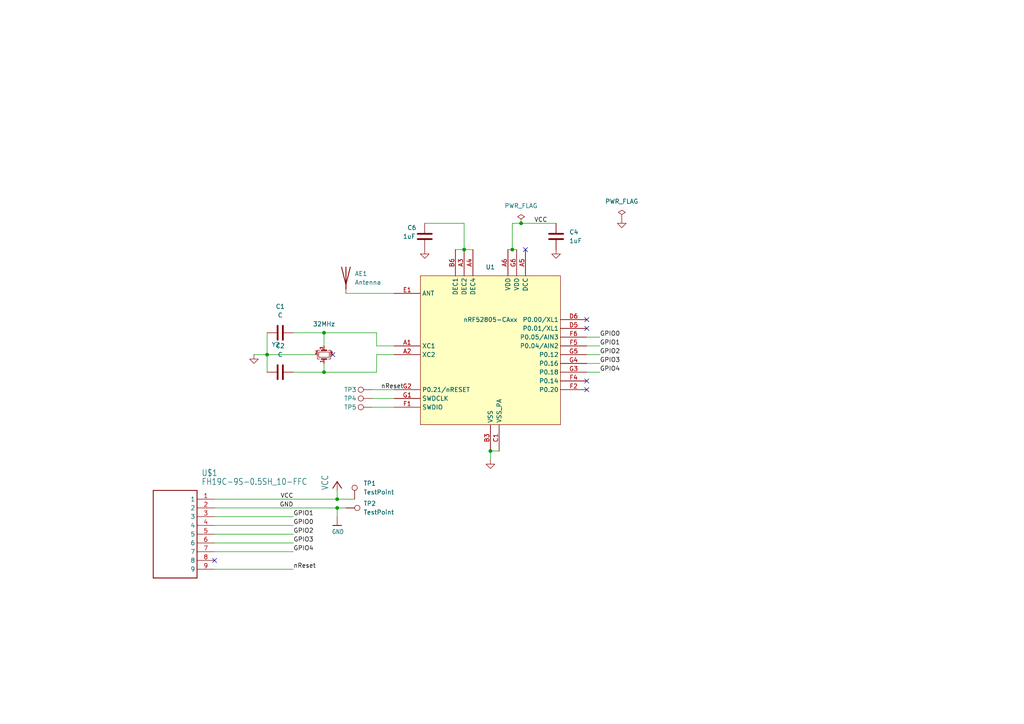
<source format=kicad_sch>
(kicad_sch (version 20230121) (generator eeschema)
  (paper "A4")
  (lib_symbols
    (symbol "Connector:TestPoint" (pin_numbers hide) (pin_names (offset 0.762) hide)
      (property "Reference" "TP" (at 0 6.858 0))
      (property "Value" "TestPoint" (at 0 5.08 0))
      (symbol "TestPoint_0_1"
        (circle (center 0 3.302) (radius 0.762))
      )
      (symbol "TestPoint_1_1"
        (pin passive line (at 0 0 90) (length 2.54) (name "1") (number "1"))
      )
    )
    (symbol "Device:Antenna" (pin_numbers hide) (pin_names (offset 1.016) hide)
      (property "Reference" "AE" (at -1.905 1.905 0))
      (property "Value" "Antenna" (at -1.905 0 0))
      (symbol "Antenna_0_1"
        (polyline (pts (xy 0 2.54) (xy 0 -3.81)) (stroke (width 0.254)))
        (polyline (pts (xy 1.27 2.54) (xy 0 -2.54) (xy -1.27 2.54)) (stroke (width 0.254)))
      )
      (symbol "Antenna_1_1"
        (pin input line (at 0 -5.08 90) (length 2.54) (name "A") (number "1"))
      )
    )
    (symbol "Device:C" (pin_numbers hide) (pin_names (offset 0.254))
      (property "Reference" "C" (at 0.635 2.54 0))
      (property "Value" "C" (at 0.635 -2.54 0))
      (symbol "C_0_1"
        (polyline (pts (xy -2.032 -0.762) (xy 2.032 -0.762)) (stroke (width 0.508)))
        (polyline (pts (xy -2.032 0.762) (xy 2.032 0.762)) (stroke (width 0.508)))
      )
      (symbol "C_1_1"
        (pin passive line (at 0 3.81 270) (length 2.794) (name "~") (number "1"))
        (pin passive line (at 0 -3.81 90) (length 2.794) (name "~") (number "2"))
      )
    )
    (symbol "Device:Crystal_GND24_Small" (pin_names (offset 1.016) hide)
      (property "Reference" "Y" (at 1.27 4.445 0))
      (property "Value" "Crystal_GND24_Small" (at 1.27 2.54 0))
      (symbol "Crystal_GND24_Small_0_1"
        (rectangle (start -0.762 -1.524) (end 0.762 1.524))
        (polyline (pts (xy -1.27 -0.762) (xy -1.27 0.762)) (stroke (width 0.381)))
        (polyline (pts (xy 1.27 -0.762) (xy 1.27 0.762)) (stroke (width 0.381)))
        (polyline (pts (xy -1.27 -1.27) (xy -1.27 -1.905) (xy 1.27 -1.905) (xy 1.27 -1.27)))
        (polyline (pts (xy -1.27 1.27) (xy -1.27 1.905) (xy 1.27 1.905) (xy 1.27 1.27)))
      )
      (symbol "Crystal_GND24_Small_1_1"
        (pin passive line (at -2.54 0 0) (length 1.27) (name "1") (number "1"))
        (pin passive line (at 0 -2.54 90) (length 0.635) (name "2") (number "2"))
        (pin passive line (at 2.54 0 180) (length 1.27) (name "3") (number "3"))
        (pin passive line (at 0 2.54 270) (length 0.635) (name "4") (number "4"))
      )
    )
    (symbol "MCU_Nordic:nRF52805-CAxx"
      (property "Reference" "U" (at 0 22.86 0))
      (property "Value" "nRF52805-CAxx" (at 0 7.62 0))
      (symbol "nRF52805-CAxx_0_1"
        (pin input line (at -27.94 0 0) (length 7.62) (name "XC1") (number "A1"))
        (pin input line (at -27.94 -2.54 0) (length 7.62) (name "XC2") (number "A2"))
        (pin power_in line (at 5.08 27.94 270) (length 7.62) (name "VDD") (number "A6"))
        (pin power_in line (at 0 -30.48 90) (length 7.62) (name "VSS") (number "B3"))
        (pin bidirectional line (at 27.94 5.08 180) (length 7.62) (name "P0.01/XL1") (number "D5"))
        (pin bidirectional line (at 27.94 7.62 180) (length 7.62) (name "P0.00/XL1") (number "D6"))
        (pin bidirectional line (at -27.94 -17.78 0) (length 7.62) (name "SWDIO") (number "F1"))
        (pin bidirectional line (at 27.94 -12.7 180) (length 7.62) (name "P0.20") (number "F2"))
        (pin bidirectional line (at 27.94 -10.16 180) (length 7.62) (name "P0.14") (number "F4"))
        (pin bidirectional line (at 27.94 0 180) (length 7.62) (name "P0.04/AIN2") (number "F5"))
        (pin bidirectional line (at 27.94 2.54 180) (length 7.62) (name "P0.05/AIN3") (number "F6"))
        (pin bidirectional line (at -27.94 -15.24 0) (length 7.62) (name "SWDCLK") (number "G1"))
        (pin bidirectional line (at -27.94 -12.7 0) (length 7.62) (name "P0.21/nRESET") (number "G2"))
        (pin bidirectional line (at 27.94 -7.62 180) (length 7.62) (name "P0.18") (number "G3"))
        (pin bidirectional line (at 27.94 -5.08 180) (length 7.62) (name "P0.16") (number "G4"))
        (pin bidirectional line (at 27.94 -2.54 180) (length 7.62) (name "P0.12") (number "G5"))
      )
      (symbol "nRF52805-CAxx_1_1"
        (rectangle (start -20.32 20.32) (end 20.32 -22.86) (fill (type background)))
        (pin passive line (at -7.62 27.94 270) (length 7.62) (name "DEC2") (number "A3"))
        (pin passive line (at -5.08 27.94 270) (length 7.62) (name "DEC4") (number "A4"))
        (pin power_out line (at 10.16 27.94 270) (length 7.62) (name "DCC") (number "A5"))
        (pin passive line (at 0 -30.48 90) (length 7.62) hide (name "VSS") (number "B4"))
        (pin passive line (at -10.16 27.94 270) (length 7.62) (name "DEC1") (number "B6"))
        (pin power_in line (at 2.54 -30.48 90) (length 7.62) (name "VSS_PA") (number "C1"))
        (pin passive line (at 0 -30.48 90) (length 7.62) hide (name "VSS") (number "D3"))
        (pin passive line (at 0 -30.48 90) (length 7.62) hide (name "VSS") (number "D4"))
        (pin passive line (at -27.94 15.24 0) (length 7.62) (name "ANT") (number "E1"))
        (pin passive line (at 0 -30.48 90) (length 7.62) hide (name "VSS") (number "E3"))
        (pin passive line (at 0 -30.48 90) (length 7.62) hide (name "VSS") (number "E4"))
        (pin power_in line (at 7.62 27.94 270) (length 7.62) (name "VDD") (number "G6"))
      )
    )
    (symbol "OSO-MISC-21-021 Sensor Watch Motion II-eagle-import:FH19C-9S-0.5SH_10-FFC"
      (property "Value" "FH19C-9S-0.5SH_10-FFC" (at 8.89 15.24 0))
      (symbol "FH19C-9S-0.5SH_10-FFC_1_0"
        (polyline (pts (xy -5.08 12.7) (xy -5.08 -12.7)) (stroke (width 0.254)))
        (polyline (pts (xy -5.08 12.7) (xy 7.62 12.7)) (stroke (width 0.254)))
        (polyline (pts (xy 7.62 -12.7) (xy -5.08 -12.7)) (stroke (width 0.254)))
        (polyline (pts (xy 7.62 -12.7) (xy 7.62 12.7)) (stroke (width 0.254)))
        (pin bidirectional line (at 12.7 10.16 180) (length 5.08) (name "1") (number "1"))
        (pin bidirectional line (at 12.7 7.62 180) (length 5.08) (name "2") (number "2"))
        (pin bidirectional line (at 12.7 5.08 180) (length 5.08) (name "3") (number "3"))
        (pin bidirectional line (at 12.7 2.54 180) (length 5.08) (name "4") (number "4"))
        (pin bidirectional line (at 12.7 0 180) (length 5.08) (name "5") (number "5"))
        (pin bidirectional line (at 12.7 -2.54 180) (length 5.08) (name "6") (number "6"))
        (pin bidirectional line (at 12.7 -5.08 180) (length 5.08) (name "7") (number "7"))
        (pin bidirectional line (at 12.7 -7.62 180) (length 5.08) (name "8") (number "8"))
        (pin bidirectional line (at 12.7 -10.16 180) (length 5.08) (name "9") (number "9"))
      )
    )
    (symbol "OSO-MISC-21-021 Sensor Watch Motion II-eagle-import:GND" (power)
      (property "Value" "GND" (at -1.524 -2.54 0))
      (symbol "GND_1_0"
        (polyline (pts (xy -1.27 0) (xy 1.27 0)) (stroke (width 0.254)))
        (pin power_in line (at 0 2.54 270) (length 2.54) (name "GND") (number "1"))
      )
    )
    (symbol "OSO-MISC-21-021 Sensor Watch Motion II-eagle-import:VCC" (power)
      (property "Value" "VCC" (at -2.54 -2.54 90))
      (symbol "VCC_1_0"
        (polyline (pts (xy 0 0) (xy -1.27 -1.905)) (stroke (width 0.254)))
        (polyline (pts (xy 1.27 -1.905) (xy 0 0)) (stroke (width 0.254)))
        (pin power_in line (at 0 -2.54 90) (length 2.54) (name "VCC") (number "1"))
      )
    )
    (symbol "power:GND" (power) (pin_names (offset 0))
      (property "Value" "GND" (at 0 -3.81 0))
      (symbol "GND_0_1"
        (polyline (pts (xy 0 0) (xy 0 -1.27) (xy 1.27 -1.27) (xy 0 -2.54) (xy -1.27 -1.27) (xy 0 -1.27)))
      )
      (symbol "GND_1_1"
        (pin power_in line (at 0 0 270) (length 0) hide (name "GND") (number "1"))
      )
    )
    (symbol "power:PWR_FLAG" (power) (pin_numbers hide) (pin_names (offset 0) hide)
      (property "Value" "PWR_FLAG" (at 0 3.81 0))
      (symbol "PWR_FLAG_0_0"
        (pin power_out line (at 0 0 90) (length 0) (name "pwr") (number "1"))
      )
      (symbol "PWR_FLAG_0_1"
        (polyline (pts (xy 0 0) (xy 0 1.27) (xy -1.016 1.905) (xy 0 2.54) (xy 1.016 1.905) (xy 0 1.27)))
      )
    )
  )
  (junction (at 142.24 130.81))
  (junction (at 148.59 72.39))
  (junction (at 151.13 64.77))
  (junction (at 93.98 107.95))
  (junction (at 97.79 147.32))
  (junction (at 97.79 144.78))
  (junction (at 93.98 96.52))
  (junction (at 77.47 102.87))
  (junction (at 134.62 72.39))
  (no_connect (at 62.23 162.56))
  (no_connect (at 96.52 102.87))
  (no_connect (at 170.18 95.25))
  (no_connect (at 170.18 110.49))
  (no_connect (at 170.18 113.03))
  (no_connect (at 170.18 92.71))
  (no_connect (at 152.4 72.39))
  (wire (pts (xy 73.66 102.87) (xy 77.47 102.87)))
  (wire (pts (xy 170.18 97.79) (xy 173.99 97.79)))
  (wire (pts (xy 114.3 100.33) (xy 109.22 100.33)))
  (wire (pts (xy 107.95 118.11) (xy 114.3 118.11)))
  (wire (pts (xy 114.3 102.87) (xy 109.22 102.87)))
  (wire (pts (xy 97.79 142.24) (xy 97.79 144.78)))
  (wire (pts (xy 85.09 152.4) (xy 62.23 152.4)))
  (wire (pts (xy 107.95 113.03) (xy 114.3 113.03)))
  (wire (pts (xy 170.18 102.87) (xy 173.99 102.87)))
  (wire (pts (xy 123.19 64.77) (xy 134.62 64.77)))
  (wire (pts (xy 93.98 96.52) (xy 93.98 100.33)))
  (wire (pts (xy 142.24 130.81) (xy 144.78 130.81)))
  (wire (pts (xy 85.09 160.02) (xy 62.23 160.02)))
  (wire (pts (xy 85.09 165.1) (xy 62.23 165.1)))
  (wire (pts (xy 170.18 107.95) (xy 173.99 107.95)))
  (wire (pts (xy 97.79 147.32) (xy 100.33 147.32)))
  (wire (pts (xy 97.79 147.32) (xy 62.23 147.32)))
  (wire (pts (xy 85.09 157.48) (xy 62.23 157.48)))
  (wire (pts (xy 148.59 64.77) (xy 148.59 72.39)))
  (wire (pts (xy 93.98 105.41) (xy 93.98 107.95)))
  (wire (pts (xy 170.18 105.41) (xy 173.99 105.41)))
  (wire (pts (xy 109.22 96.52) (xy 93.98 96.52)))
  (wire (pts (xy 134.62 72.39) (xy 137.16 72.39)))
  (wire (pts (xy 151.13 64.77) (xy 148.59 64.77)))
  (wire (pts (xy 97.79 147.32) (xy 97.79 149.86)))
  (wire (pts (xy 107.95 115.57) (xy 114.3 115.57)))
  (wire (pts (xy 97.79 144.78) (xy 62.23 144.78)))
  (wire (pts (xy 102.87 144.78) (xy 97.79 144.78)))
  (wire (pts (xy 77.47 102.87) (xy 77.47 107.95)))
  (wire (pts (xy 85.09 107.95) (xy 93.98 107.95)))
  (wire (pts (xy 100.33 85.09) (xy 114.3 85.09)))
  (wire (pts (xy 62.23 149.86) (xy 85.09 149.86)))
  (wire (pts (xy 134.62 64.77) (xy 134.62 72.39)))
  (wire (pts (xy 142.24 133.35) (xy 142.24 130.81)))
  (wire (pts (xy 109.22 107.95) (xy 93.98 107.95)))
  (wire (pts (xy 85.09 96.52) (xy 93.98 96.52)))
  (wire (pts (xy 109.22 100.33) (xy 109.22 96.52)))
  (wire (pts (xy 132.08 72.39) (xy 134.62 72.39)))
  (wire (pts (xy 77.47 102.87) (xy 91.44 102.87)))
  (wire (pts (xy 77.47 96.52) (xy 77.47 102.87)))
  (wire (pts (xy 148.59 72.39) (xy 149.86 72.39)))
  (wire (pts (xy 161.29 64.77) (xy 151.13 64.77)))
  (wire (pts (xy 109.22 102.87) (xy 109.22 107.95)))
  (wire (pts (xy 85.09 154.94) (xy 62.23 154.94)))
  (wire (pts (xy 170.18 100.33) (xy 173.99 100.33)))
  (wire (pts (xy 147.32 72.39) (xy 148.59 72.39)))
  (label "GPIO4" (at 173.99 107.95 0))
  (label "nReset" (at 110.49 113.03 0))
  (label "GPIO1" (at 85.09 149.86 0))
  (label "GPIO2" (at 173.99 102.87 0))
  (label "GPIO3" (at 173.99 105.41 0))
  (label "GPIO2" (at 85.09 154.94 0))
  (label "VCC" (at 154.94 64.77 0))
  (label "GPIO0" (at 173.99 97.79 0))
  (label "nReset" (at 85.09 165.1 0))
  (label "GPIO4" (at 85.09 160.02 0))
  (label "VCC" (at 85.09 144.78 180) (effects (font (size 1.2446 1.2446))))
  (label "GPIO3" (at 85.09 157.48 0))
  (label "GND" (at 85.09 147.32 180) (effects (font (size 1.2446 1.2446))))
  (label "GPIO0" (at 85.09 152.4 0))
  (label "GPIO1" (at 173.99 100.33 0))
  (symbol (lib_id "power:GND") (at 180.34 63.5 0) (unit 1)
    (property "Reference" "#PWR03" (effects hide))
    (property "Value" "GND" (effects hide))
  )
  (symbol (lib_id "Connector:TestPoint") (at 107.95 113.03 90) (unit 1)
    (property "Reference" "TP3" (at 101.6 113.03 90))
    (property "Value" "TestPoint" (effects hide))
    (property "Footprint" "TestPoint:TestPoint_Pad_D1.0mm" (effects hide))
  )
  (symbol (lib_id "power:GND") (at 73.66 102.87 0) (unit 1)
    (property "Reference" "#PWR01" (effects hide))
    (property "Value" "GND" (effects hide))
  )
  (symbol (lib_id "Device:C") (at 161.29 68.58 0) (unit 1)
    (property "Reference" "C4" (at 165.1 67.3099 0) (effects (justify left)))
    (property "Value" "1uF" (at 165.1 69.8499 0) (effects (justify left)))
    (property "Footprint" "Capacitor_SMD:C_0402_1005Metric_Pad0.74x0.62mm_HandSolder" (effects hide))
  )
  (symbol (lib_id "Device:C") (at 81.28 107.95 90) (unit 1)
    (property "Reference" "C2" (at 81.28 100.33 90))
    (property "Value" "C" (at 81.28 102.87 90))
    (property "Footprint" "Capacitor_SMD:C_0402_1005Metric_Pad0.74x0.62mm_HandSolder" (effects hide))
  )
  (symbol (lib_id "OSO-MISC-21-021 Sensor Watch Motion II-eagle-import:FH19C-9S-0.5SH_10-FFC") (at 49.53 154.94 0) (unit 1)
    (property "Reference" "U$1" (at 58.42 137.16 0) (effects (font (size 1.778 1.5113)) (justify left)))
    (property "Value" "FH19C-9S-0.5SH_10-FFC" (at 58.42 139.7 0) (effects (font (size 1.778 1.5113)) (justify left)))
    (property "Footprint" "OSO-SWAB-B1-00 Sensor Watch Accelerometer:FH19C9S05SH10-FFC" (effects hide))
  )
  (symbol (lib_id "power:GND") (at 123.19 72.39 0) (unit 1)
    (property "Reference" "#PWR02" (effects hide))
    (property "Value" "GND" (effects hide))
  )
  (symbol (lib_id "MCU_Nordic:nRF52805-CAxx") (at 142.24 100.33 0) (unit 1)
    (property "Reference" "U1" (at 142.24 77.47 0))
    (property "Value" "nRF52805-CAxx" (at 142.24 92.71 0))
    (property "Footprint" "Package_CSP:NRF_WLCSP-28_2.48x2.64mm_P0.4mm" (effects hide))
    (property "Datasheet" "https://infocenter.nordicsemi.com/pdf/nRF52805_PS_v1.3.pdf" (effects hide))
  )
  (symbol (lib_id "Connector:TestPoint") (at 100.33 147.32 270) (unit 1)
    (property "Reference" "TP2" (at 105.41 146.05 90) (effects (justify left)))
    (property "Value" "TestPoint" (at 105.41 148.59 90) (effects (justify left)))
    (property "Footprint" "TestPoint:TestPoint_Pad_D1.0mm" (effects hide))
  )
  (symbol (lib_id "power:PWR_FLAG") (at 151.13 64.77 0) (unit 1)
    (property "Reference" "#FLG01" (effects hide))
    (property "Value" "PWR_FLAG" (at 151.13 59.69 0))
  )
  (symbol (lib_id "Connector:TestPoint") (at 107.95 118.11 90) (unit 1)
    (property "Reference" "TP5" (at 101.6 118.11 90))
    (property "Value" "TestPoint" (effects hide))
    (property "Footprint" "TestPoint:TestPoint_Pad_D1.0mm" (effects hide))
  )
  (symbol (lib_id "Device:C") (at 123.19 68.58 0) (unit 1)
    (property "Reference" "C6" (at 118.11 66.04 0) (effects (justify left)))
    (property "Value" "1uF" (at 116.84 68.58 0) (effects (justify left)))
    (property "Footprint" "Capacitor_SMD:C_0402_1005Metric_Pad0.74x0.62mm_HandSolder" (effects hide))
  )
  (symbol (lib_id "power:PWR_FLAG") (at 180.34 63.5 0) (unit 1)
    (property "Reference" "#FLG02" (effects hide))
    (property "Value" "PWR_FLAG" (at 180.34 58.42 0))
  )
  (symbol (lib_id "Device:Crystal_GND24_Small") (at 93.98 102.87 270) (mirror x) (unit 1)
    (property "Reference" "Y2" (at 80.01 99.9557 90))
    (property "Value" "32MHz" (at 93.98 93.98 90))
    (property "Footprint" "Crystal:Crystal_SMD_Murata_XRCTD32M000N1P1AR0-4pin_1.2x1.0mm" (effects hide))
  )
  (symbol (lib_id "Device:Antenna") (at 100.33 80.01 0) (unit 1)
    (property "Reference" "AE1" (at 102.87 79.3749 0) (effects (justify left)))
    (property "Value" "Antenna" (at 102.87 81.9149 0) (effects (justify left)))
    (property "Footprint" "Capacitor_SMD:C_0402_1005Metric_Pad0.74x0.62mm_HandSolder" (effects hide))
  )
  (symbol (lib_id "OSO-MISC-21-021 Sensor Watch Motion II-eagle-import:GND") (at 97.79 152.4 0) (unit 1)
    (property "Reference" "#U$01" (effects hide))
    (property "Value" "GND" (at 96.266 154.94 0) (effects (font (size 1.27 1.0795)) (justify left bottom)))
    (property "Footprint" "OSO-MISC-21-021 Sensor Watch Motion II:" (effects hide))
  )
  (symbol (lib_id "Connector:TestPoint") (at 107.95 115.57 90) (unit 1)
    (property "Reference" "TP4" (at 101.6 115.57 90))
    (property "Value" "TestPoint" (effects hide))
    (property "Footprint" "TestPoint:TestPoint_Pad_D1.0mm" (effects hide))
  )
  (symbol (lib_id "OSO-MISC-21-021 Sensor Watch Motion II-eagle-import:VCC") (at 97.79 139.7 0) (unit 1)
    (property "Reference" "#P+01" (effects hide))
    (property "Value" "VCC" (at 95.25 142.24 90) (effects (font (size 1.778 1.5113)) (justify left bottom)))
    (property "Footprint" "OSO-MISC-21-021 Sensor Watch Motion II:" (effects hide))
  )
  (symbol (lib_id "Device:C") (at 81.28 96.52 90) (unit 1)
    (property "Reference" "C1" (at 81.28 88.9 90))
    (property "Value" "C" (at 81.28 91.44 90))
    (property "Footprint" "Capacitor_SMD:C_0402_1005Metric_Pad0.74x0.62mm_HandSolder" (effects hide))
  )
  (symbol (lib_id "power:GND") (at 142.24 133.35 0) (unit 1)
    (property "Reference" "#PWR06" (effects hide))
    (property "Value" "GND" (effects hide))
  )
  (symbol (lib_id "Connector:TestPoint") (at 102.87 144.78 0) (unit 1)
    (property "Reference" "TP1" (at 105.41 140.208 0) (effects (justify left)))
    (property "Value" "TestPoint" (at 105.41 142.748 0) (effects (justify left)))
    (property "Footprint" "TestPoint:TestPoint_Pad_D1.0mm" (effects hide))
  )
  (symbol (lib_id "power:GND") (at 161.29 72.39 0) (unit 1)
    (property "Reference" "#PWR05" (effects hide))
    (property "Value" "GND" (effects hide))
  )
)
</source>
